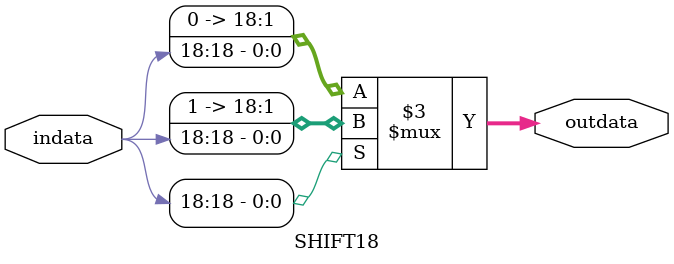
<source format=v>
/*
-----MY_NCOモジュール--------
CORDICアルゴリズムによりサイン、コサインを生成するモジュール
(c) R. F. Architecture Co.,Ltd.

input clk　　　　　マスタークロック
output signed [15:0] SIN　16ビットのサイン出力
output signed [15:0] COS　16ビットのコサイン出力
input [31:0] frq    FTW（周波数）入力

*/
module MY_NCO(clk,frq,sin,cos);
input clk;
output signed [15:0] sin;
output signed [15:0] cos;
input [31:0] frq;

reg signed [15:0] sin;
reg signed [15:0] cos;



reg [31:0] phase32; 

reg judge0;
reg [18:0] phase0; 
reg signed [18:0] temp0;
reg signed [18:0] x0;
reg signed [18:0] y0;

reg judge1;
reg [18:0] phase1; 
reg signed [18:0] temp1;
reg signed [18:0] x1;
reg signed [18:0] y1;

reg judge2;
reg [18:0] phase2; 
reg signed [18:0] temp2;
reg signed [18:0] x2;
reg signed [18:0] y2;

reg judge3;
reg [18:0] phase3; 
reg signed [18:0] temp3;
reg signed [18:0] x3;
reg signed [18:0] y3;

reg judge4;
reg [18:0] phase4; 
reg signed [18:0] temp4;
reg signed [18:0] x4;
reg signed [18:0] y4;

reg judge5;
reg [18:0] phase5; 
reg signed [18:0] temp5;
reg signed [18:0] x5;
reg signed [18:0] y5;

reg judge6;
reg [18:0] phase6; 
reg signed [18:0] temp6;
reg signed [18:0] x6;
reg signed [18:0] y6;

reg judge7;
reg [18:0] phase7; 
reg signed [18:0] temp7;
reg signed [18:0] x7;
reg signed [18:0] y7;

reg judge8;
reg [18:0] phase8; 
reg signed [18:0] temp8;
reg signed [18:0] x8;
reg signed [18:0] y8;

reg judge9;
reg [18:0] phase9; 
reg signed [18:0] temp9;
reg signed [18:0] x9;
reg signed [18:0] y9;

reg judge10;
reg [18:0] phase10; 
reg signed [18:0] temp10;
reg signed [18:0] x10;
reg signed [18:0] y10;

reg judge11;
reg [18:0] phase11; 
reg signed [18:0] temp11;
reg signed [18:0] x11;
reg signed [18:0] y11;

reg judge12;
reg [18:0] phase12; 
reg signed [18:0] temp12;
reg signed [18:0] x12;
reg signed [18:0] y12;

reg judge13;
reg [18:0] phase13; 
reg signed [18:0] temp13;
reg signed [18:0] x13;
reg signed [18:0] y13;

reg judge14;
reg [18:0] phase14; 
reg signed [18:0] temp14;
reg signed [18:0] x14;
reg signed [18:0] y14;

reg judge15;
reg [18:0] phase15; 
reg signed [18:0] temp15;
reg signed [18:0] x15;
reg signed [18:0] y15;

reg judge16;
reg [18:0] phase16; 
reg signed [18:0] temp16;
reg signed [18:0] x16;
reg signed [18:0] y16;

reg judge17;
reg [18:0] phase17; 
reg signed [18:0] temp17;
reg signed [18:0] x17;
reg signed [18:0] y17;

reg [18:0] phase18; 

always@(posedge clk)begin
	phase32 <= 	phase32 + frq;	
	phase0 <= phase32[31:13];
	phase1 <= phase0;
	phase2 <= phase1;
	phase3 <= phase2;
	phase4 <= phase3;
	phase5 <= phase4;
	phase6 <= phase5;
	phase7 <= phase6;
	phase8 <= phase7;
	phase9 <= phase8;
	phase10 <= phase9;
	phase11 <= phase10;
	phase12 <= phase11;
	phase13 <= phase12;
	phase14 <= phase13;
	phase15 <= phase14;
	phase16 <= phase15;
	phase17 <= phase16;
	phase18 <= phase17;
end

///  step0 ////
always@(posedge clk)begin
	temp0 <= 	65536;	
	x0 <= 131072;
	y0 <= 131072;
end

///  step1 ////
always@(phase0[16:0] or temp0)begin
	if(temp0<0)
		judge1 <= 0;
	else if(phase0[16:0]>=temp0)
		judge1 <= 0;
	else
		judge1 <= 1;		
end

always@(posedge clk)begin
	if(judge1==1)begin
		temp1 <=temp0-38688;	
		x1 <= x0 + y0/2;
		y1 <= y0 - x0/2;		
	end
	else begin
		temp1 <=temp0+38688;
		x1 <= x0 - y0/2;
		y1 <= y0 + x0/2;
	end
end


///  step2 ////
always@(phase1[16:0] or temp1)begin
	if(temp1<0)
		judge2 <= 0;
	else if(phase1[16:0]>=temp1)
		judge2 <= 0;
	else
		judge2 <= 1;		
end

always@(posedge clk)begin
	if(judge2==1)begin
		temp2 <=temp1-20441;	
		x2 <= x1 + y1/4;
		y2 <= y1 - x1/4;		
	end
	else begin
		temp2 <=temp1+20441;
		x2 <= x1 - y1/4;
		y2 <= y1 + x1/4;
	end
end

///  step3 ////
always@(phase2[16:0] or temp2)begin
	if(temp2<0)
		judge3 <= 0;
	else if(phase2[16:0]>=temp2)
		judge3 <= 0;
	else
		judge3 <= 1;		
end

always@(posedge clk)begin
	if(judge3==1)begin
		temp3 <=temp2-10376;	
		x3 <= x2 + y2/8;
		y3 <= y2 - x2/8;		
	end
	else begin
		temp3 <=temp2+10376;
		x3 <= x2 - y2/8;
		y3 <= y2 + x2/8;
	end
end

///  step4 ////
always@(phase3[16:0] or temp3)begin
	if(temp3<0)
		judge4 <= 0;
	else if(phase3[16:0]>=temp3)
		judge4 <= 0;
	else
		judge4 <= 1;		
end

always@(posedge clk)begin
	if(judge4==1)begin
		temp4 <=temp3-5208;	
		x4 <= x3 + y3/16;
		y4 <= y3 - x3/16;		
	end
	else begin
		temp4 <=temp3+5208;
		x4 <= x3 - y3/16;
		y4 <= y3 + x3/16;
	end
end


///  step5 ////
always@(phase4[16:0] or temp4)begin
	if(temp4<0)
		judge5 <= 0;
	else if(phase4[16:0]>=temp4)
		judge5 <= 0;
	else
		judge5 <= 1;		
end

always@(posedge clk)begin
	if(judge5==1)begin
		temp5 <=temp4-2606;	
		x5 <= x4 + y4/32;
		y5 <= y4 - x4/32;		
	end
	else begin
		temp5 <=temp4+2606;
		x5 <= x4 - y4/32;
		y5 <= y4 + x4/32;
	end
end


///  step6 ////
always@(phase5[16:0] or temp5)begin
	if(temp5<0)
		judge6 <= 0;
	else if(phase5[16:0]>=temp5)
		judge6 <= 0;
	else
		judge6 <= 1;		
end

always@(posedge clk)begin
	if(judge6==1)begin
		temp6 <=temp5-1303;	
		x6 <= x5 + y5/64;
		y6 <= y5 - x5/64;		
	end
	else begin
		temp6 <=temp5+1303;
		x6 <= x5	- y5/64;
		y6 <= y5 + x5/64;
	end
end


///  step7 ////
always@(phase6[16:0] or temp6)begin
	if(temp6<0)
		judge7 <= 0;
	else if(phase6[16:0]>=temp6)
		judge7 <= 0;
	else
		judge7 <= 1;		
end

always@(posedge clk)begin
	if(judge7==1)begin
		temp7 <=temp6-651;	
		x7 <= x6 + y6/128;
		y7 <= y6 - x6/128;		
	end
	else begin
		temp7 <=temp6+651;
		x7 <= x6	- y6/128;
		y7 <= y6 + x6/128;
	end
end


///  step8 ////
always@(phase7[16:0] or temp7)begin
	if(temp7<0)
		judge8 <= 0;
	else if(phase7[16:0]>=temp7)
		judge8 <= 0;
	else
		judge8 <= 1;		
end

always@(posedge clk)begin
	if(judge8==1)begin
		temp8 <=temp7-325;	
		x8 <= x7 + y7/256;
		y8 <= y7 - x7/256;		
	end
	else begin
		temp8 <=temp7+325;
		x8 <= x7	- y7/256;
		y8 <= y7 + x7/256;
	end
end


///  step9 ////
always@(phase8[16:0] or temp8)begin
	if(temp8<0)
		judge9 <= 0;
	else if(phase8[16:0]>=temp8)
		judge9 <= 0;
	else
		judge9 <= 1;		
end

always@(posedge clk)begin
	if(judge9==1)begin
		temp9 <=temp8-162;	
		x9 <= x8 + y8/512;
		y9 <= y8 - x8/512;		
	end
	else begin
		temp9 <=temp8+162;
		x9 <= x8	- y8/512;
		y9 <= y8 + x8/512;
	end
end

///  step10 ////
always@(phase9[16:0] or temp9)begin
	if(temp9<0)
		judge10 <= 0;
	else if(phase9[16:0]>=temp9)
		judge10 <= 0;
	else
		judge10 <= 1;		
end

wire signed [18:0] shift10_x;
wire signed [18:0] shift10_y;
SHIFT10 INST10_x(x9,shift10_x);
SHIFT10 INST10_y(y9,shift10_y);
always@(posedge clk)begin
	if(judge10==1)begin
		temp10 <=temp9-81;	
		x10 <= x9 + shift10_y;
		y10 <= y9 - shift10_x;		
	end
	else begin
		temp10 <=temp9+81;
		x10 <= x9	- shift10_y;
		y10 <= y9 + shift10_x;
	end
end

///  step11 ////
always@(phase10[16:0] or temp10)begin
	if(temp10<0)
		judge11 <= 0;
	else if(phase10[16:0]>=temp10)
		judge11 <= 0;
	else
		judge11 <= 1;		
end

wire signed [18:0] shift11_x;
wire signed [18:0] shift11_y;
SHIFT11 INST11_x(x10,shift11_x);
SHIFT11 INST11_y(y10,shift11_y);

always@(posedge clk)begin
	if(judge11==1)begin
		temp11 <=temp10-40;	
		x11 <= x10 + shift11_y;
		y11 <= y10 - shift11_x;		
	end
	else begin
		temp11 <=temp10+40;
		x11 <= x10	- shift11_y;
		y11 <= y10 + shift11_x;
	end
end


///  step12 ////
always@(phase11[16:0] or temp11)begin
	if(temp11<0)
		judge12 <= 0;
	else if(phase11[16:0]>=temp11)
		judge12 <= 0;
	else
		judge12 <= 1;		
end

wire signed [18:0] shift12_x;
wire signed [18:0] shift12_y;
SHIFT12 INST12_x(x11,shift12_x);
SHIFT12 INST12_y(y11,shift12_y);

always@(posedge clk)begin
	if(judge12==1)begin
		temp12 <=temp11-20;	
		x12 <= x11 + shift12_y;
		y12 <= y11 - shift12_x;		
	end
	else begin
		temp12 <=temp11+20;
		x12 <= x11	- shift12_y;
		y12 <= y11 + shift12_x;
	end
end


///  step13 ////
always@(phase12[16:0] or temp12)begin
	if(temp12<0)
		judge13 <= 0;
	else if(phase12[16:0]>=temp12)
		judge13 <= 0;
	else
		judge13 <= 1;		
end

wire signed [18:0] shift13_x;
wire signed [18:0] shift13_y;
SHIFT13 INST13_x(x12,shift13_x);
SHIFT13 INST13_y(y12,shift13_y);
always@(posedge clk)begin
	if(judge13==1)begin
		temp13 <=temp12-10;	
		x13 <= x12 + shift13_y;
		y13 <= y12 - shift13_x;		
	end
	else begin
		temp13 <=temp12+10;
		x13 <= x12	- shift13_y;
		y13 <= y12 + shift13_x;
	end
end


///  step14 ////
always@(phase13[16:0] or temp13)begin
	if(temp13<0)
		judge14 <= 0;
	else if(phase13[16:0]>=temp13)
		judge14 <= 0;
	else
		judge14 <= 1;		
end

wire signed [18:0] shift14_x;
wire signed [18:0] shift14_y;
SHIFT14 INST14_x(x13,shift14_x);
SHIFT14 INST14_y(y13,shift14_y);
always@(posedge clk)begin
	if(judge14==1)begin
		temp14 <=temp13-5;	
		x14 <= x13 + shift14_y;
		y14 <= y13 - shift14_x;		
	end
	else begin
		temp14 <=temp13+5;
		x14 <= x13	- shift14_y;
		y14 <= y13 + shift14_x;
	end
end


///  step15 ////
always@(phase14[16:0] or temp14)begin
	if(temp14<0)
		judge15 <= 0;
	else if(phase14[16:0]>=temp14)
		judge15 <= 0;
	else
		judge15 <= 1;		
end

wire signed [18:0] shift15_x;
wire signed [18:0] shift15_y;
SHIFT15 INST15_x(x14,shift15_x);
SHIFT15 INST15_y(y14,shift15_y);
always@(posedge clk)begin
	if(judge15==1)begin
		temp15 <=temp14-2;	
		x15 <= x14 + shift15_y;
		y15 <= y14 - shift15_x;		
	end
	else begin
		temp15 <=temp14+2;
		x15 <= x14	- shift15_y;
		y15 <= y14 + shift15_x;
	end
end


///  step16 ////
always@(phase15[16:0] or temp15)begin
	if(temp15<0)
		judge16 <= 0;
	else if(phase15[16:0]>=temp15)
		judge16 <= 0;
	else
		judge16 <= 1;		
end

wire signed [18:0] shift16_x;
wire signed [18:0] shift16_y;
SHIFT16 INST16_x(x15,shift16_x);
SHIFT16 INST16_y(y15,shift16_y);
always@(posedge clk)begin
	if(judge16==1)begin
		temp16 <=temp15-1;	
		x16 <= x15 + shift16_y;
		y16 <= y15 - shift16_x;		
	end
	else begin
		temp16 <=temp15+1;
		x16 <= x15	- shift16_y;
		y16 <= y15 + shift16_x;
	end
end


///  step17 ////
always@(phase16[16:0] or temp16)begin
	if(temp16<0)
		judge17 <= 0;
	else if(phase16[16:0]>=temp16)
		judge17 <= 0;
	else
		judge17 <= 1;		
end

wire signed [18:0] shift17_x;
wire signed [18:0] shift17_y;
SHIFT17 INST17_x(x16,shift17_x);
SHIFT17 INST17_y(y16,shift17_y);

always@(posedge clk)begin
	if(judge17==1)begin
		temp17 <=temp16-0;	
		x17 <= x16 + shift17_y;
		y17 <= y16 - shift17_x;		
	end
	else begin
		temp17 <=temp16+0;
		x17 <= x16	- shift17_y;
		y17 <= y16 + shift17_x;
	end
end


///  step18 ////
always@(posedge clk)begin
	if(phase17[18:17]==0)begin	
		cos <= x17/8;
		sin <= y17/8;		
	end
	else if(phase17[18:17]==1)begin	
		cos <= (-1)*y17/8;
		sin <= x17/8;		
	end
	else if(phase17[18:17]==2)begin	
		cos <= (-1)*x17/8;
		sin <= (-1)*y17/8;		
	end
	else begin	
		cos <= y17/8;
		sin <= (-1)*x17/8;		
	end
end


endmodule

module SHIFT10(indata,outdata);
input [18:0] indata;
output [18:0] outdata;

reg [18:0] outdata;

always@(indata)begin
	if(indata[18])
		outdata <= {10'h3FF,indata[18:10]};
	else
		outdata <= {10'h0,indata[18:10]};		
end

endmodule

module SHIFT11(indata,outdata);
input [18:0] indata;
output [18:0] outdata;

reg [18:0] outdata;

always@(indata)begin
	if(indata[18])
		outdata <= {11'h7FF,indata[18:11]};
	else
		outdata <= {11'h0,indata[18:11]};		
end

endmodule

module SHIFT12(indata,outdata);
input [18:0] indata;
output [18:0] outdata;

reg [18:0] outdata;

always@(indata)begin
	if(indata[18])
		outdata <= {12'hFFF,indata[18:12]};
	else
		outdata <= {12'h0,indata[18:12]};		
end

endmodule

module SHIFT13(indata,outdata);
input [18:0] indata;
output [18:0] outdata;

reg [18:0] outdata;

always@(indata)begin
	if(indata[18])
		outdata <= {13'h1FFF,indata[18:13]};
	else
		outdata <= {13'h0,indata[18:13]};		
end

endmodule


module SHIFT14(indata,outdata);
input [18:0] indata;
output [18:0] outdata;

reg [18:0] outdata;

always@(indata)begin
	if(indata[18])
		outdata <= {14'h3FFF,indata[18:14]};
	else
		outdata <= {14'h0,indata[18:14]};		
end

endmodule

module SHIFT15(indata,outdata);
input [18:0] indata;
output [18:0] outdata;

reg [18:0] outdata;

always@(indata)begin
	if(indata[18])
		outdata <= {15'h7FFF,indata[18:15]};
	else
		outdata <= {15'h0,indata[18:15]};		
end

endmodule

module SHIFT16(indata,outdata);
input [18:0] indata;
output [18:0] outdata;

reg [18:0] outdata;

always@(indata)begin
	if(indata[18])
		outdata <= {16'hFFFF,indata[18:16]};
	else
		outdata <= {16'h0,indata[18:16]};		
end

endmodule

module SHIFT17(indata,outdata);
input [18:0] indata;
output [18:0] outdata;

reg [18:0] outdata;

always@(indata)begin
	if(indata[18])
		outdata <= {17'h1FFFF,indata[18:17]};
	else
		outdata <= {17'h0,indata[18:17]};		
end

endmodule


module SHIFT18(indata,outdata);
input [18:0] indata;
output [18:0] outdata;

reg [18:0] outdata;

always@(indata)begin
	if(indata[18])
		outdata <= {18'h3FFFF,indata[18:18]};
	else
		outdata <= {18'h0,indata[18:18]};		
end

endmodule



</source>
